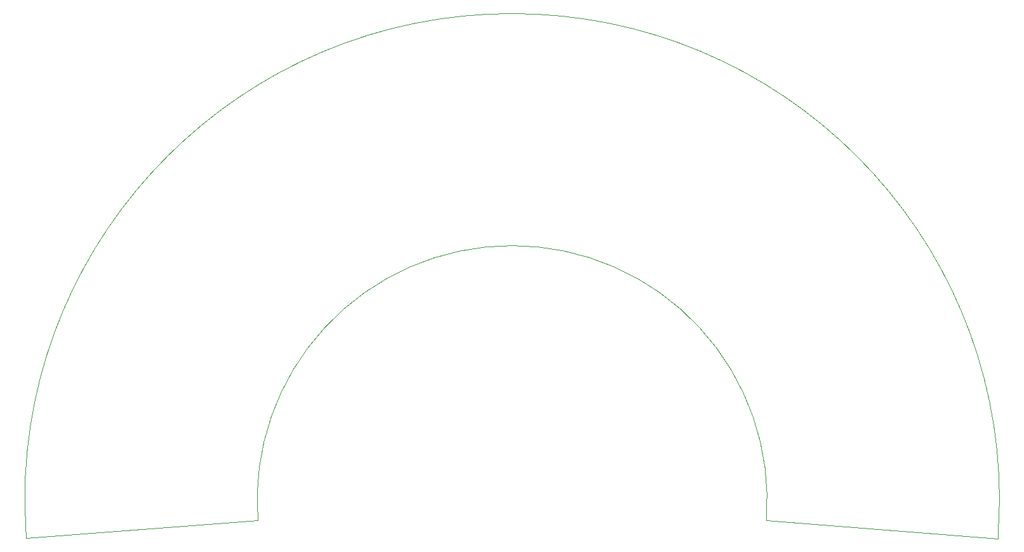
<source format=gbr>
%TF.GenerationSoftware,KiCad,Pcbnew,7.0.1*%
%TF.CreationDate,2023-05-12T16:10:07+02:00*%
%TF.ProjectId,SenseU_Microphoneboard,53656e73-6555-45f4-9d69-63726f70686f,rev?*%
%TF.SameCoordinates,Original*%
%TF.FileFunction,Profile,NP*%
%FSLAX46Y46*%
G04 Gerber Fmt 4.6, Leading zero omitted, Abs format (unit mm)*
G04 Created by KiCad (PCBNEW 7.0.1) date 2023-05-12 16:10:07*
%MOMM*%
%LPD*%
G01*
G04 APERTURE LIST*
%TA.AperFunction,Profile*%
%ADD10C,0.100000*%
%TD*%
G04 APERTURE END LIST*
D10*
X165000000Y-120000000D02*
G75*
G03*
X35000000Y-120000000I-65000000J0D01*
G01*
X66100001Y-122660000D02*
X35198318Y-125073661D01*
X133898368Y-122680711D02*
X164798063Y-125119673D01*
X34999999Y-120000000D02*
G75*
G03*
X35198319Y-125073661I64999501J0D01*
G01*
X133898367Y-122680711D02*
G75*
G03*
X66100002Y-122660000I-33898367J2680711D01*
G01*
X164798063Y-125119673D02*
G75*
G03*
X165000000Y-120000000I-64798263J5119673D01*
G01*
M02*

</source>
